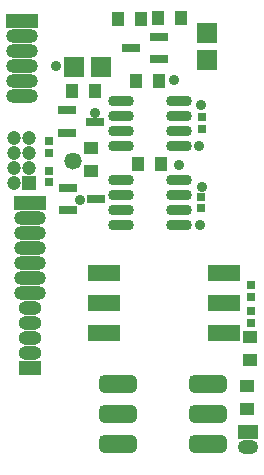
<source format=gbs>
G04 Layer_Color=16711935*
%FSLAX25Y25*%
%MOIN*%
G70*
G01*
G75*
%ADD35R,0.10630X0.04724*%
%ADD36O,0.10630X0.04724*%
%ADD37R,0.10787X0.05787*%
G04:AMPARAMS|DCode=38|XSize=127.87mil|YSize=57.87mil|CornerRadius=16.44mil|HoleSize=0mil|Usage=FLASHONLY|Rotation=180.000|XOffset=0mil|YOffset=0mil|HoleType=Round|Shape=RoundedRectangle|*
%AMROUNDEDRECTD38*
21,1,0.12787,0.02500,0,0,180.0*
21,1,0.09500,0.05787,0,0,180.0*
1,1,0.03287,-0.04750,0.01250*
1,1,0.03287,0.04750,0.01250*
1,1,0.03287,0.04750,-0.01250*
1,1,0.03287,-0.04750,-0.01250*
%
%ADD38ROUNDEDRECTD38*%
%ADD39R,0.06787X0.04724*%
%ADD40O,0.06787X0.04787*%
%ADD41O,0.10630X0.04724*%
%ADD42R,0.10630X0.04724*%
%ADD43O,0.07677X0.04724*%
%ADD44R,0.07677X0.04724*%
%ADD45R,0.04724X0.04724*%
%ADD46C,0.04724*%
%ADD47C,0.03556*%
%ADD48C,0.03543*%
%ADD49C,0.05787*%
%ADD50R,0.06496X0.03150*%
%ADD51R,0.04528X0.04134*%
%ADD52R,0.04134X0.04528*%
%ADD53R,0.06787X0.06787*%
%ADD54R,0.06787X0.06787*%
%ADD55O,0.08661X0.03543*%
%ADD56R,0.03150X0.02756*%
D35*
X169809Y238797D02*
D03*
D36*
Y233797D02*
D03*
Y228797D02*
D03*
Y218797D02*
D03*
Y223797D02*
D03*
Y213797D02*
D03*
D37*
X236958Y154679D02*
D03*
Y144679D02*
D03*
Y134679D02*
D03*
X196958Y154679D02*
D03*
Y144679D02*
D03*
Y134679D02*
D03*
D38*
X231851Y117640D02*
D03*
Y107640D02*
D03*
Y97640D02*
D03*
X201851D02*
D03*
Y107640D02*
D03*
Y117640D02*
D03*
D39*
X244992Y101524D02*
D03*
D40*
Y96524D02*
D03*
D41*
X172492Y153024D02*
D03*
Y163024D02*
D03*
Y158024D02*
D03*
Y168024D02*
D03*
Y173024D02*
D03*
Y148024D02*
D03*
D42*
Y178024D02*
D03*
D43*
Y138024D02*
D03*
Y143024D02*
D03*
Y133024D02*
D03*
Y128024D02*
D03*
D44*
Y123024D02*
D03*
D45*
X171992Y184524D02*
D03*
D46*
X166992D02*
D03*
X171992Y189524D02*
D03*
X166992D02*
D03*
X171992Y194524D02*
D03*
X166992D02*
D03*
X171992Y199524D02*
D03*
X166992D02*
D03*
D47*
X194033Y207944D02*
D03*
X229709Y183333D02*
D03*
X222081Y190732D02*
D03*
X228934Y170727D02*
D03*
X228887Y197099D02*
D03*
X229431Y210740D02*
D03*
X220294Y219178D02*
D03*
D48*
X181134Y223774D02*
D03*
X188949Y179110D02*
D03*
D49*
X186565Y191960D02*
D03*
D50*
X194258Y179262D02*
D03*
X185006Y183002D02*
D03*
Y175522D02*
D03*
X194033Y205156D02*
D03*
X184781Y208896D02*
D03*
Y201415D02*
D03*
X205980Y229679D02*
D03*
X215232Y225939D02*
D03*
Y233419D02*
D03*
D51*
X192745Y196244D02*
D03*
Y188567D02*
D03*
X245662Y133425D02*
D03*
Y125748D02*
D03*
X244864Y116911D02*
D03*
Y109233D02*
D03*
D52*
X186379Y215210D02*
D03*
X194056D02*
D03*
X209407Y239486D02*
D03*
X201729D02*
D03*
X215158Y239679D02*
D03*
X222835D02*
D03*
X215269Y218546D02*
D03*
X207592D02*
D03*
X215926Y191147D02*
D03*
X208249D02*
D03*
D53*
X187071Y223251D02*
D03*
X196071D02*
D03*
D54*
X231431Y225662D02*
D03*
Y234662D02*
D03*
D55*
X222044Y212099D02*
D03*
Y207099D02*
D03*
Y202099D02*
D03*
Y197099D02*
D03*
X202752Y212099D02*
D03*
Y207099D02*
D03*
Y202099D02*
D03*
Y197099D02*
D03*
X221915Y185561D02*
D03*
Y180561D02*
D03*
Y175561D02*
D03*
Y170561D02*
D03*
X202624Y185561D02*
D03*
Y180561D02*
D03*
Y175561D02*
D03*
Y170561D02*
D03*
D56*
X229726Y206618D02*
D03*
Y202681D02*
D03*
X229513Y180124D02*
D03*
Y176187D02*
D03*
X246185Y141895D02*
D03*
Y137958D02*
D03*
X246194Y150742D02*
D03*
Y146805D02*
D03*
X178612Y198586D02*
D03*
Y194649D02*
D03*
Y188802D02*
D03*
Y184864D02*
D03*
M02*

</source>
